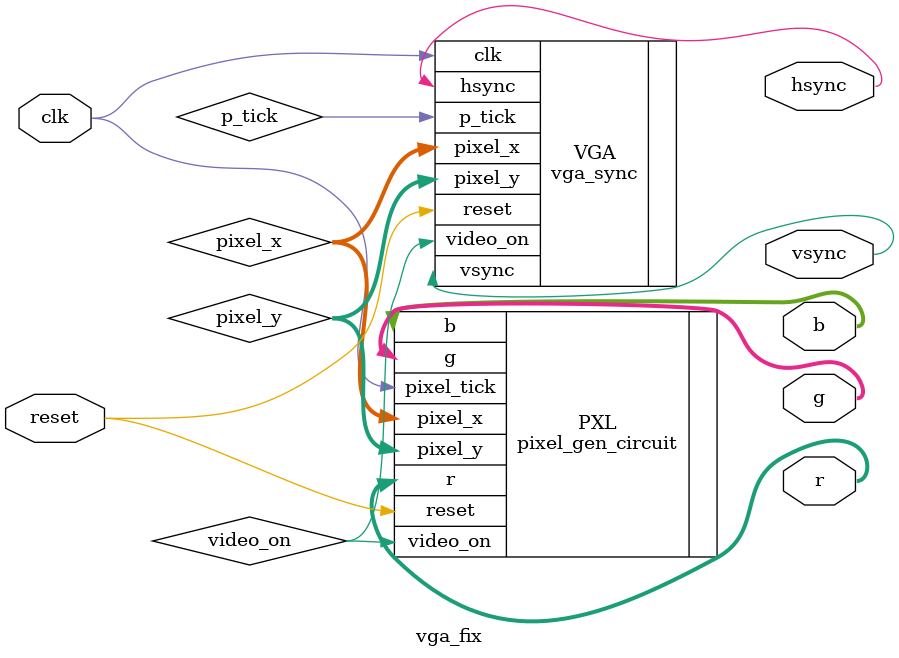
<source format=v>
`timescale 1ns / 1ps

//vga_fix is the top level module that contains two submodules
//vga_sync is the module that generates hsync,vsync,x,and y, and 
//video_on that are vital to rendering pixels on the monitor
//pixel_gen_circuit draws the pixels depending on the position x and y
//Some of these are ball,paddle,wall
module vga_fix(clk,reset,hsync,vsync,r,g,b);
input wire clk,reset;
output wire hsync,vsync;
wire video_on,p_tick;
wire [9:0] pixel_x,  pixel_y;
output [3:0]r,g,b;

vga_sync  VGA(.clk(clk),.reset(reset),.hsync(hsync),.vsync(vsync),.video_on(video_on)
				,.p_tick(p_tick),.pixel_x(pixel_x),.pixel_y(pixel_y));
pixel_gen_circuit PXL(.reset(reset),.pixel_x(pixel_x),.pixel_y(pixel_y)
				,.video_on(video_on),.r(r),.g(g),.b(b),.pixel_tick(clk));

endmodule

</source>
